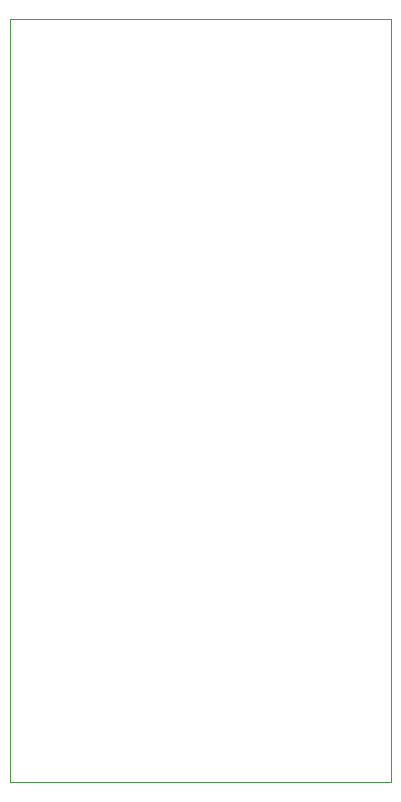
<source format=gbr>
%TF.GenerationSoftware,KiCad,Pcbnew,(6.0.9-0)*%
%TF.CreationDate,2023-02-07T22:14:43+01:00*%
%TF.ProjectId,SHOE_SHIELD,53484f45-5f53-4484-9945-4c442e6b6963,rev?*%
%TF.SameCoordinates,Original*%
%TF.FileFunction,Profile,NP*%
%FSLAX46Y46*%
G04 Gerber Fmt 4.6, Leading zero omitted, Abs format (unit mm)*
G04 Created by KiCad (PCBNEW (6.0.9-0)) date 2023-02-07 22:14:43*
%MOMM*%
%LPD*%
G01*
G04 APERTURE LIST*
%TA.AperFunction,Profile*%
%ADD10C,0.100000*%
%TD*%
G04 APERTURE END LIST*
D10*
X155934000Y-102926000D02*
X188164000Y-102926000D01*
X188164000Y-102926000D02*
X188164000Y-38342000D01*
X188164000Y-38342000D02*
X155934000Y-38342000D01*
X155934000Y-38342000D02*
X155934000Y-102926000D01*
M02*

</source>
